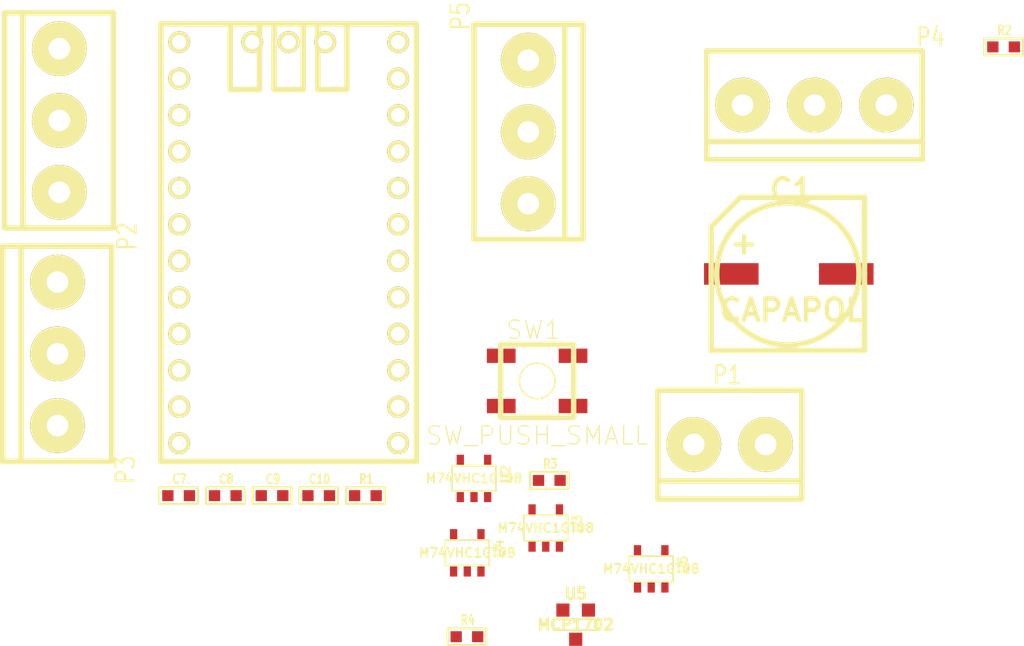
<source format=kicad_pcb>
(kicad_pcb (version 4) (host pcbnew "(2014-jul-16 BZR unknown)-product")

  (general
    (links 53)
    (no_connects 53)
    (area 0 0 0 0)
    (thickness 1.6002)
    (drawings 0)
    (tracks 0)
    (zones 0)
    (modules 21)
    (nets 32)
  )

  (page A4)
  (title_block
    (title panStick)
    (date "3 jul 2013")
    (rev 1.2)
    (company panStamp)
  )

  (layers
    (0 Front signal)
    (31 Back signal)
    (32 B.Adhes user)
    (33 F.Adhes user)
    (34 B.Paste user)
    (35 F.Paste user)
    (36 B.SilkS user)
    (37 F.SilkS user)
    (38 B.Mask user)
    (39 F.Mask user)
    (40 Dwgs.User user)
    (41 Cmts.User user)
    (42 Eco1.User user)
    (43 Eco2.User user)
    (44 Edge.Cuts user)
  )

  (setup
    (last_trace_width 0.254)
    (user_trace_width 0.2032)
    (user_trace_width 0.254)
    (user_trace_width 0.381)
    (user_trace_width 0.508)
    (user_trace_width 0.762)
    (user_trace_width 1.016)
    (user_trace_width 1.778)
    (trace_clearance 0.2032)
    (zone_clearance 0.2286)
    (zone_45_only yes)
    (trace_min 0.2032)
    (segment_width 0.381)
    (edge_width 0.381)
    (via_size 1.016)
    (via_drill 0.6096)
    (via_min_size 1.016)
    (via_min_drill 0.6096)
    (uvia_size 0.508)
    (uvia_drill 0.127)
    (uvias_allowed no)
    (uvia_min_size 0.508)
    (uvia_min_drill 0.127)
    (pcb_text_width 0.3048)
    (pcb_text_size 1.524 2.032)
    (mod_edge_width 0.1524)
    (mod_text_size 1.524 1.524)
    (mod_text_width 0.3048)
    (pad_size 1.524 1.524)
    (pad_drill 0.9906)
    (pad_to_mask_clearance 0)
    (aux_axis_origin 162.52952 122.1486)
    (visible_elements FFFFFFBF)
    (pcbplotparams
      (layerselection 0x00020_00000000)
      (usegerberextensions true)
      (excludeedgelayer true)
      (linewidth 0.150000)
      (plotframeref false)
      (viasonmask false)
      (mode 1)
      (useauxorigin false)
      (hpglpennumber 1)
      (hpglpenspeed 20)
      (hpglpendiameter 15)
      (hpglpenoverlay 2)
      (psnegative false)
      (psa4output false)
      (plotreference true)
      (plotvalue true)
      (plotinvisibletext false)
      (padsonsilk false)
      (subtractmaskfromsilk false)
      (outputformat 1)
      (mirror false)
      (drillshape 0)
      (scaleselection 1)
      (outputdirectory /home/daniel/development/panstamp_git/kicad/panstick/production/))
  )

  (net 0 "")
  (net 1 +3.3V)
  (net 2 /A1)
  (net 3 /A2)
  (net 4 /A3)
  (net 5 /A4)
  (net 6 /D0)
  (net 7 /D1)
  (net 8 /D14)
  (net 9 /D15)
  (net 10 /D16)
  (net 11 /D17)
  (net 12 /D18)
  (net 13 /D2)
  (net 14 /D3)
  (net 15 /D4)
  (net 16 /D5)
  (net 17 /RXD)
  (net 18 /TXD)
  (net 19 GND)
  (net 20 "Net-(SW1-Pad2)")
  (net 21 "Net-(U1-PadANT)")
  (net 22 +5V)
  (net 23 /DATA2)
  (net 24 /DATA1)
  (net 25 /DATA0)
  (net 26 "Net-(R1-Pad2)")
  (net 27 "Net-(R2-Pad2)")
  (net 28 "Net-(R3-Pad2)")
  (net 29 /A0)
  (net 30 /DATA3)
  (net 31 "Net-(R4-Pad2)")

  (net_class Default "This is the default net class."
    (clearance 0.2032)
    (trace_width 0.254)
    (via_dia 1.016)
    (via_drill 0.6096)
    (uvia_dia 0.508)
    (uvia_drill 0.127)
    (add_net +3.3V)
    (add_net +5V)
    (add_net /A0)
    (add_net /A1)
    (add_net /A2)
    (add_net /A3)
    (add_net /A4)
    (add_net /D0)
    (add_net /D1)
    (add_net /D14)
    (add_net /D15)
    (add_net /D16)
    (add_net /D17)
    (add_net /D18)
    (add_net /D2)
    (add_net /D3)
    (add_net /D4)
    (add_net /D5)
    (add_net /DATA0)
    (add_net /DATA1)
    (add_net /DATA2)
    (add_net /DATA3)
    (add_net /RXD)
    (add_net /TXD)
    (add_net GND)
    (add_net "Net-(R1-Pad2)")
    (add_net "Net-(R2-Pad2)")
    (add_net "Net-(R3-Pad2)")
    (add_net "Net-(R4-Pad2)")
    (add_net "Net-(SW1-Pad2)")
    (add_net "Net-(U1-PadANT)")
  )

  (module old_mysmd:SMDCPOL_10 (layer Front) (tedit 48D91A71) (tstamp 54BCC854)
    (at 103.31372 74.0448)
    (path /54BAB15A)
    (fp_text reference C1 (at 0.254 -5.842) (layer F.SilkS)
      (effects (font (thickness 0.3048)))
    )
    (fp_text value CAPAPOL (at 0.254 2.54) (layer F.SilkS)
      (effects (font (thickness 0.3048)))
    )
    (fp_line (start -5.334 -3.302) (end -5.334 5.334) (layer F.SilkS) (width 0.381))
    (fp_line (start -3.302 -5.334) (end 5.334 -5.334) (layer F.SilkS) (width 0.381))
    (fp_line (start -5.334 -3.302) (end -3.302 -5.334) (layer F.SilkS) (width 0.381))
    (fp_line (start 5.334 0) (end 5.334 -5.334) (layer F.SilkS) (width 0.381))
    (fp_line (start -5.334 5.334) (end 5.334 5.334) (layer F.SilkS) (width 0.381))
    (fp_line (start 5.334 5.334) (end 5.334 0) (layer F.SilkS) (width 0.381))
    (fp_circle (center 0 0) (end 4.953 0) (layer F.SilkS) (width 0.381))
    (fp_text user + (at -3.048 -2.159) (layer F.SilkS)
      (effects (font (thickness 0.3048)))
    )
    (pad 2 smd rect (at 4.064 0) (size 3.79984 1.50114) (layers Front F.Paste F.Mask)
      (net 19 GND))
    (pad 1 smd rect (at -3.937 0) (size 3.79984 1.50114) (layers Front F.Paste F.Mask)
      (net 22 +5V))
  )

  (module old_mysmd:SM0603S (layer Front) (tedit 4BFCCFF3) (tstamp 54BCC860)
    (at 60.909201 89.4895)
    (path /4CCA9E1F)
    (attr smd)
    (fp_text reference C7 (at 0.0635 -1.1557) (layer F.SilkS)
      (effects (font (size 0.635 0.508) (thickness 0.127)))
    )
    (fp_text value 4.7u (at 0.0762 -0.0254) (layer F.SilkS) hide
      (effects (font (size 0.635 0.508) (thickness 0.127)))
    )
    (fp_line (start 0.1524 -0.5842) (end -1.3462 -0.5842) (layer F.SilkS) (width 0.1524))
    (fp_line (start -1.3462 -0.5842) (end -1.3462 0.5842) (layer F.SilkS) (width 0.1524))
    (fp_line (start -1.3462 0.5842) (end 0.1524 0.5842) (layer F.SilkS) (width 0.1524))
    (fp_line (start 0.1524 -0.5842) (end 1.3462 -0.5842) (layer F.SilkS) (width 0.1524))
    (fp_line (start 1.3462 -0.5842) (end 1.3462 0.5842) (layer F.SilkS) (width 0.1524))
    (fp_line (start 1.3462 0.5842) (end 0.1524 0.5842) (layer F.SilkS) (width 0.1524))
    (pad 2 smd rect (at 0.7493 0) (size 0.7874 0.762) (layers Front F.Paste F.Mask)
      (net 19 GND))
    (pad 1 smd rect (at -0.7493 0) (size 0.7874 0.762) (layers Front F.Paste F.Mask)
      (net 22 +5V))
    (model smd/chip_cms.wrl
      (at (xyz 0 0 0))
      (scale (xyz 0.17 0.16 0.16))
      (rotate (xyz 0 0 0))
    )
  )

  (module old_mysmd:SM0603S (layer Front) (tedit 4BFCCFF3) (tstamp 54BCC86C)
    (at 64.159201 89.4895)
    (path /4CCA9E22)
    (attr smd)
    (fp_text reference C8 (at 0.0635 -1.1557) (layer F.SilkS)
      (effects (font (size 0.635 0.508) (thickness 0.127)))
    )
    (fp_text value 1u (at 0.0762 -0.0254) (layer F.SilkS) hide
      (effects (font (size 0.635 0.508) (thickness 0.127)))
    )
    (fp_line (start 0.1524 -0.5842) (end -1.3462 -0.5842) (layer F.SilkS) (width 0.1524))
    (fp_line (start -1.3462 -0.5842) (end -1.3462 0.5842) (layer F.SilkS) (width 0.1524))
    (fp_line (start -1.3462 0.5842) (end 0.1524 0.5842) (layer F.SilkS) (width 0.1524))
    (fp_line (start 0.1524 -0.5842) (end 1.3462 -0.5842) (layer F.SilkS) (width 0.1524))
    (fp_line (start 1.3462 -0.5842) (end 1.3462 0.5842) (layer F.SilkS) (width 0.1524))
    (fp_line (start 1.3462 0.5842) (end 0.1524 0.5842) (layer F.SilkS) (width 0.1524))
    (pad 2 smd rect (at 0.7493 0) (size 0.7874 0.762) (layers Front F.Paste F.Mask)
      (net 19 GND))
    (pad 1 smd rect (at -0.7493 0) (size 0.7874 0.762) (layers Front F.Paste F.Mask)
      (net 22 +5V))
    (model smd/chip_cms.wrl
      (at (xyz 0 0 0))
      (scale (xyz 0.17 0.16 0.16))
      (rotate (xyz 0 0 0))
    )
  )

  (module old_mysmd:SM0603S (layer Front) (tedit 4BFCCFF3) (tstamp 54BCC878)
    (at 67.409201 89.4895)
    (path /4CCA954A)
    (attr smd)
    (fp_text reference C9 (at 0.0635 -1.1557) (layer F.SilkS)
      (effects (font (size 0.635 0.508) (thickness 0.127)))
    )
    (fp_text value 1u (at 0.0762 -0.0254) (layer F.SilkS) hide
      (effects (font (size 0.635 0.508) (thickness 0.127)))
    )
    (fp_line (start 0.1524 -0.5842) (end -1.3462 -0.5842) (layer F.SilkS) (width 0.1524))
    (fp_line (start -1.3462 -0.5842) (end -1.3462 0.5842) (layer F.SilkS) (width 0.1524))
    (fp_line (start -1.3462 0.5842) (end 0.1524 0.5842) (layer F.SilkS) (width 0.1524))
    (fp_line (start 0.1524 -0.5842) (end 1.3462 -0.5842) (layer F.SilkS) (width 0.1524))
    (fp_line (start 1.3462 -0.5842) (end 1.3462 0.5842) (layer F.SilkS) (width 0.1524))
    (fp_line (start 1.3462 0.5842) (end 0.1524 0.5842) (layer F.SilkS) (width 0.1524))
    (pad 2 smd rect (at 0.7493 0) (size 0.7874 0.762) (layers Front F.Paste F.Mask)
      (net 19 GND))
    (pad 1 smd rect (at -0.7493 0) (size 0.7874 0.762) (layers Front F.Paste F.Mask)
      (net 1 +3.3V))
    (model smd/chip_cms.wrl
      (at (xyz 0 0 0))
      (scale (xyz 0.17 0.16 0.16))
      (rotate (xyz 0 0 0))
    )
  )

  (module old_mysmd:SM0603S (layer Front) (tedit 4BFCCFF3) (tstamp 54BCC884)
    (at 70.659201 89.4895)
    (path /4CCA9DDF)
    (attr smd)
    (fp_text reference C10 (at 0.0635 -1.1557) (layer F.SilkS)
      (effects (font (size 0.635 0.508) (thickness 0.127)))
    )
    (fp_text value 100n (at 0.0762 -0.0254) (layer F.SilkS) hide
      (effects (font (size 0.635 0.508) (thickness 0.127)))
    )
    (fp_line (start 0.1524 -0.5842) (end -1.3462 -0.5842) (layer F.SilkS) (width 0.1524))
    (fp_line (start -1.3462 -0.5842) (end -1.3462 0.5842) (layer F.SilkS) (width 0.1524))
    (fp_line (start -1.3462 0.5842) (end 0.1524 0.5842) (layer F.SilkS) (width 0.1524))
    (fp_line (start 0.1524 -0.5842) (end 1.3462 -0.5842) (layer F.SilkS) (width 0.1524))
    (fp_line (start 1.3462 -0.5842) (end 1.3462 0.5842) (layer F.SilkS) (width 0.1524))
    (fp_line (start 1.3462 0.5842) (end 0.1524 0.5842) (layer F.SilkS) (width 0.1524))
    (pad 2 smd rect (at 0.7493 0) (size 0.7874 0.762) (layers Front F.Paste F.Mask)
      (net 19 GND))
    (pad 1 smd rect (at -0.7493 0) (size 0.7874 0.762) (layers Front F.Paste F.Mask)
      (net 1 +3.3V))
    (model smd/chip_cms.wrl
      (at (xyz 0 0 0))
      (scale (xyz 0.17 0.16 0.16))
      (rotate (xyz 0 0 0))
    )
  )

  (module old_myconnectors:terminal_block_5mm_2P (layer Front) (tedit 4FBA1636) (tstamp 54BCC88F)
    (at 99.283801 85.9505)
    (descr "Bornier d'alimentation 4 pins")
    (tags DEV)
    (path /54BAAA3B)
    (fp_text reference P1 (at -0.1905 -4.8641) (layer F.SilkS)
      (effects (font (size 1.27 1.016) (thickness 0.1524)))
    )
    (fp_text value CONN_01X02 (at 0.1397 -2.7305) (layer F.SilkS) hide
      (effects (font (size 1.016 0.762) (thickness 0.1524)))
    )
    (fp_line (start 5.0038 -3.7973) (end -5.0038 -3.7973) (layer F.SilkS) (width 0.381))
    (fp_line (start 5.0038 2.5146) (end -4.9657 2.5146) (layer F.SilkS) (width 0.381))
    (fp_line (start 5.0038 3.7846) (end -5.0165 3.7846) (layer F.SilkS) (width 0.381))
    (fp_line (start 5.0038 -3.7973) (end 5.0038 3.7592) (layer F.SilkS) (width 0.381))
    (fp_line (start -5.0165 3.7719) (end -5.0165 -3.7973) (layer F.SilkS) (width 0.381))
    (pad 1 thru_hole circle (at -2.51714 -0.0254) (size 3.81 3.81) (drill 1.4986) (layers *.Cu *.Mask F.SilkS)
      (net 22 +5V))
    (pad 2 thru_hole circle (at 2.48412 -0.0254) (size 3.81 3.81) (drill 1.4986) (layers *.Cu *.Mask F.SilkS)
      (net 19 GND))
    (model device/bornier_6.wrl
      (at (xyz 0 0 0))
      (scale (xyz 1 1 1))
      (rotate (xyz 0 0 0))
    )
  )

  (module old_myconnectors:terminal_block_5mm_3P (layer Front) (tedit 4FBA154A) (tstamp 54BCC89C)
    (at 52.578 63.373 270)
    (descr "Bornier d'alimentation 4 pins")
    (tags DEV)
    (path /54BAD8EA)
    (fp_text reference P2 (at 8.0518 -4.7498 270) (layer F.SilkS)
      (effects (font (size 1.27 1.016) (thickness 0.1524)))
    )
    (fp_text value CONN_01X03 (at 7.5565 -2.7686 270) (layer F.SilkS) hide
      (effects (font (size 1.016 0.762) (thickness 0.1524)))
    )
    (fp_line (start -7.5184 2.5146) (end 7.4549 2.5146) (layer F.SilkS) (width 0.381))
    (fp_line (start -7.5184 3.7719) (end -7.5184 -3.7973) (layer F.SilkS) (width 0.381))
    (fp_line (start -7.5184 -3.7973) (end 7.4803 -3.7973) (layer F.SilkS) (width 0.381))
    (fp_line (start 7.4803 -3.7973) (end 7.4803 3.7846) (layer F.SilkS) (width 0.381))
    (fp_line (start 7.4803 3.7846) (end -7.5184 3.7846) (layer F.SilkS) (width 0.381))
    (fp_line (start 7.4803 -3.7846) (end 7.4803 3.7465) (layer F.SilkS) (width 0.381))
    (pad 1 thru_hole circle (at -5.01904 -0.0254 270) (size 3.81 3.81) (drill 1.4986) (layers *.Cu *.Mask F.SilkS)
      (net 19 GND))
    (pad 2 thru_hole circle (at -0.01778 -0.0254 270) (size 3.81 3.81) (drill 1.4986) (layers *.Cu *.Mask F.SilkS)
      (net 23 /DATA2))
    (pad 3 thru_hole circle (at 4.98094 -0.0254 270) (size 3.81 3.81) (drill 1.4986) (layers *.Cu *.Mask F.SilkS)
      (net 22 +5V))
    (model device/bornier_6.wrl
      (at (xyz 0 0 0))
      (scale (xyz 1 1 1))
      (rotate (xyz 0 0 0))
    )
  )

  (module old_myconnectors:terminal_block_5mm_3P (layer Front) (tedit 4FBA154A) (tstamp 54BCC8A9)
    (at 52.451 79.629 270)
    (descr "Bornier d'alimentation 4 pins")
    (tags DEV)
    (path /54BAD85E)
    (fp_text reference P3 (at 8.0518 -4.7498 270) (layer F.SilkS)
      (effects (font (size 1.27 1.016) (thickness 0.1524)))
    )
    (fp_text value CONN_01X03 (at 7.5565 -2.7686 270) (layer F.SilkS) hide
      (effects (font (size 1.016 0.762) (thickness 0.1524)))
    )
    (fp_line (start -7.5184 2.5146) (end 7.4549 2.5146) (layer F.SilkS) (width 0.381))
    (fp_line (start -7.5184 3.7719) (end -7.5184 -3.7973) (layer F.SilkS) (width 0.381))
    (fp_line (start -7.5184 -3.7973) (end 7.4803 -3.7973) (layer F.SilkS) (width 0.381))
    (fp_line (start 7.4803 -3.7973) (end 7.4803 3.7846) (layer F.SilkS) (width 0.381))
    (fp_line (start 7.4803 3.7846) (end -7.5184 3.7846) (layer F.SilkS) (width 0.381))
    (fp_line (start 7.4803 -3.7846) (end 7.4803 3.7465) (layer F.SilkS) (width 0.381))
    (pad 1 thru_hole circle (at -5.01904 -0.0254 270) (size 3.81 3.81) (drill 1.4986) (layers *.Cu *.Mask F.SilkS)
      (net 19 GND))
    (pad 2 thru_hole circle (at -0.01778 -0.0254 270) (size 3.81 3.81) (drill 1.4986) (layers *.Cu *.Mask F.SilkS)
      (net 24 /DATA1))
    (pad 3 thru_hole circle (at 4.98094 -0.0254 270) (size 3.81 3.81) (drill 1.4986) (layers *.Cu *.Mask F.SilkS)
      (net 22 +5V))
    (model device/bornier_6.wrl
      (at (xyz 0 0 0))
      (scale (xyz 1 1 1))
      (rotate (xyz 0 0 0))
    )
  )

  (module old_myconnectors:terminal_block_5mm_3P (layer Front) (tedit 4FBA154A) (tstamp 54BCC8B6)
    (at 105.185701 62.3062)
    (descr "Bornier d'alimentation 4 pins")
    (tags DEV)
    (path /54BAD727)
    (fp_text reference P4 (at 8.0518 -4.7498) (layer F.SilkS)
      (effects (font (size 1.27 1.016) (thickness 0.1524)))
    )
    (fp_text value CONN_01X03 (at 7.5565 -2.7686) (layer F.SilkS) hide
      (effects (font (size 1.016 0.762) (thickness 0.1524)))
    )
    (fp_line (start -7.5184 2.5146) (end 7.4549 2.5146) (layer F.SilkS) (width 0.381))
    (fp_line (start -7.5184 3.7719) (end -7.5184 -3.7973) (layer F.SilkS) (width 0.381))
    (fp_line (start -7.5184 -3.7973) (end 7.4803 -3.7973) (layer F.SilkS) (width 0.381))
    (fp_line (start 7.4803 -3.7973) (end 7.4803 3.7846) (layer F.SilkS) (width 0.381))
    (fp_line (start 7.4803 3.7846) (end -7.5184 3.7846) (layer F.SilkS) (width 0.381))
    (fp_line (start 7.4803 -3.7846) (end 7.4803 3.7465) (layer F.SilkS) (width 0.381))
    (pad 1 thru_hole circle (at -5.01904 -0.0254) (size 3.81 3.81) (drill 1.4986) (layers *.Cu *.Mask F.SilkS)
      (net 19 GND))
    (pad 2 thru_hole circle (at -0.01778 -0.0254) (size 3.81 3.81) (drill 1.4986) (layers *.Cu *.Mask F.SilkS)
      (net 25 /DATA0))
    (pad 3 thru_hole circle (at 4.98094 -0.0254) (size 3.81 3.81) (drill 1.4986) (layers *.Cu *.Mask F.SilkS)
      (net 22 +5V))
    (model device/bornier_6.wrl
      (at (xyz 0 0 0))
      (scale (xyz 1 1 1))
      (rotate (xyz 0 0 0))
    )
  )

  (module old_mysmd:SM0603S (layer Front) (tedit 4BFCCFF3) (tstamp 54BCC8C2)
    (at 73.909201 89.4895)
    (path /54BAC728)
    (attr smd)
    (fp_text reference R1 (at 0.0635 -1.1557) (layer F.SilkS)
      (effects (font (size 0.635 0.508) (thickness 0.127)))
    )
    (fp_text value 220 (at 0.0762 -0.0254) (layer F.SilkS) hide
      (effects (font (size 0.635 0.508) (thickness 0.127)))
    )
    (fp_line (start 0.1524 -0.5842) (end -1.3462 -0.5842) (layer F.SilkS) (width 0.1524))
    (fp_line (start -1.3462 -0.5842) (end -1.3462 0.5842) (layer F.SilkS) (width 0.1524))
    (fp_line (start -1.3462 0.5842) (end 0.1524 0.5842) (layer F.SilkS) (width 0.1524))
    (fp_line (start 0.1524 -0.5842) (end 1.3462 -0.5842) (layer F.SilkS) (width 0.1524))
    (fp_line (start 1.3462 -0.5842) (end 1.3462 0.5842) (layer F.SilkS) (width 0.1524))
    (fp_line (start 1.3462 0.5842) (end 0.1524 0.5842) (layer F.SilkS) (width 0.1524))
    (pad 2 smd rect (at 0.7493 0) (size 0.7874 0.762) (layers Front F.Paste F.Mask)
      (net 26 "Net-(R1-Pad2)"))
    (pad 1 smd rect (at -0.7493 0) (size 0.7874 0.762) (layers Front F.Paste F.Mask)
      (net 30 /DATA3))
    (model smd/chip_cms.wrl
      (at (xyz 0 0 0))
      (scale (xyz 0.17 0.16 0.16))
      (rotate (xyz 0 0 0))
    )
  )

  (module old_mysmd:SM0603S (layer Front) (tedit 4BFCCFF3) (tstamp 54BCC8CE)
    (at 118.329201 58.2295)
    (path /54BAC62B)
    (attr smd)
    (fp_text reference R2 (at 0.0635 -1.1557) (layer F.SilkS)
      (effects (font (size 0.635 0.508) (thickness 0.127)))
    )
    (fp_text value 220 (at 0.0762 -0.0254) (layer F.SilkS) hide
      (effects (font (size 0.635 0.508) (thickness 0.127)))
    )
    (fp_line (start 0.1524 -0.5842) (end -1.3462 -0.5842) (layer F.SilkS) (width 0.1524))
    (fp_line (start -1.3462 -0.5842) (end -1.3462 0.5842) (layer F.SilkS) (width 0.1524))
    (fp_line (start -1.3462 0.5842) (end 0.1524 0.5842) (layer F.SilkS) (width 0.1524))
    (fp_line (start 0.1524 -0.5842) (end 1.3462 -0.5842) (layer F.SilkS) (width 0.1524))
    (fp_line (start 1.3462 -0.5842) (end 1.3462 0.5842) (layer F.SilkS) (width 0.1524))
    (fp_line (start 1.3462 0.5842) (end 0.1524 0.5842) (layer F.SilkS) (width 0.1524))
    (pad 2 smd rect (at 0.7493 0) (size 0.7874 0.762) (layers Front F.Paste F.Mask)
      (net 27 "Net-(R2-Pad2)"))
    (pad 1 smd rect (at -0.7493 0) (size 0.7874 0.762) (layers Front F.Paste F.Mask)
      (net 24 /DATA1))
    (model smd/chip_cms.wrl
      (at (xyz 0 0 0))
      (scale (xyz 0.17 0.16 0.16))
      (rotate (xyz 0 0 0))
    )
  )

  (module old_mysmd:SM0603S (layer Front) (tedit 4BFCCFF3) (tstamp 54BCC8DA)
    (at 86.709201 88.4295)
    (path /54BAB6CF)
    (attr smd)
    (fp_text reference R3 (at 0.0635 -1.1557) (layer F.SilkS)
      (effects (font (size 0.635 0.508) (thickness 0.127)))
    )
    (fp_text value 220 (at 0.0762 -0.0254) (layer F.SilkS) hide
      (effects (font (size 0.635 0.508) (thickness 0.127)))
    )
    (fp_line (start 0.1524 -0.5842) (end -1.3462 -0.5842) (layer F.SilkS) (width 0.1524))
    (fp_line (start -1.3462 -0.5842) (end -1.3462 0.5842) (layer F.SilkS) (width 0.1524))
    (fp_line (start -1.3462 0.5842) (end 0.1524 0.5842) (layer F.SilkS) (width 0.1524))
    (fp_line (start 0.1524 -0.5842) (end 1.3462 -0.5842) (layer F.SilkS) (width 0.1524))
    (fp_line (start 1.3462 -0.5842) (end 1.3462 0.5842) (layer F.SilkS) (width 0.1524))
    (fp_line (start 1.3462 0.5842) (end 0.1524 0.5842) (layer F.SilkS) (width 0.1524))
    (pad 2 smd rect (at 0.7493 0) (size 0.7874 0.762) (layers Front F.Paste F.Mask)
      (net 28 "Net-(R3-Pad2)"))
    (pad 1 smd rect (at -0.7493 0) (size 0.7874 0.762) (layers Front F.Paste F.Mask)
      (net 25 /DATA0))
    (model smd/chip_cms.wrl
      (at (xyz 0 0 0))
      (scale (xyz 0.17 0.16 0.16))
      (rotate (xyz 0 0 0))
    )
  )

  (module old_mysmd:switch-tact-noah (layer Front) (tedit 4F980E9B) (tstamp 54BCC8E8)
    (at 85.86244 81.49715)
    (path /4FB4B2E5)
    (attr smd)
    (fp_text reference SW1 (at -0.254 -3.556) (layer F.SilkS)
      (effects (font (size 1.27 1.27) (thickness 0.0889)))
    )
    (fp_text value SW_PUSH_SMALL (at 0 3.81) (layer F.SilkS)
      (effects (font (size 1.27 1.27) (thickness 0.0889)))
    )
    (fp_line (start 2.54 -2.54) (end -2.54 -2.54) (layer F.SilkS) (width 0.381))
    (fp_line (start -2.54 -2.54) (end -2.54 2.54) (layer F.SilkS) (width 0.381))
    (fp_line (start -2.54 2.54) (end 2.54 2.54) (layer F.SilkS) (width 0.381))
    (fp_line (start 2.54 2.54) (end 2.54 -2.54) (layer F.SilkS) (width 0.381))
    (fp_circle (center 0 0) (end -0.87376 0.87376) (layer F.SilkS) (width 0.1016))
    (fp_circle (center 0 0) (end -0.87376 0.87376) (layer F.SilkS) (width 0.1016))
    (pad 1 smd rect (at -2.49936 -1.75006) (size 1.99898 1.00076) (layers Front F.Paste F.Mask)
      (net 19 GND))
    (pad 3 smd rect (at 2.49936 -1.75006) (size 1.99898 1.00076) (layers Front F.Paste F.Mask))
    (pad 2 smd rect (at -2.49936 1.75006) (size 1.99898 1.00076) (layers Front F.Paste F.Mask)
      (net 20 "Net-(SW1-Pad2)"))
    (pad 4 smd rect (at 2.49936 1.75006) (size 1.99898 1.00076) (layers Front F.Paste F.Mask))
  )

  (module old_mymods:PANSTAMP_NRG (layer Front) (tedit 524604BA) (tstamp 54BCC914)
    (at 68.567301 71.869301)
    (path /5324B294)
    (fp_text reference U1 (at -0.06 -9) (layer F.SilkS) hide
      (effects (font (size 0.889 0.762) (thickness 0.1524)))
    )
    (fp_text value PANSTAMP_NRG (at 0.08 -7.77) (layer F.SilkS) hide
      (effects (font (size 0.889 0.762) (thickness 0.1524)))
    )
    (fp_line (start -2.032 -15.24) (end -2.032 -10.668) (layer F.SilkS) (width 0.381))
    (fp_line (start -2.032 -10.668) (end -4.064 -10.668) (layer F.SilkS) (width 0.381))
    (fp_line (start -4.064 -10.668) (end -4.064 -15.24) (layer F.SilkS) (width 0.381))
    (fp_line (start 2.032 -15.24) (end 2.032 -10.668) (layer F.SilkS) (width 0.381))
    (fp_line (start 2.032 -10.668) (end 4.064 -10.668) (layer F.SilkS) (width 0.381))
    (fp_line (start 4.064 -10.668) (end 4.064 -15.24) (layer F.SilkS) (width 0.381))
    (fp_line (start -1.016 -15.24) (end -1.016 -10.668) (layer F.SilkS) (width 0.381))
    (fp_line (start -1.016 -10.668) (end 1.016 -10.668) (layer F.SilkS) (width 0.381))
    (fp_line (start 1.016 -10.668) (end 1.016 -15.24) (layer F.SilkS) (width 0.381))
    (fp_line (start 8.89 -15.24) (end -8.89 -15.24) (layer F.SilkS) (width 0.381))
    (fp_line (start -8.89 -15.24) (end -8.89 15.24) (layer F.SilkS) (width 0.381))
    (fp_line (start -8.89 15.24) (end 8.89 15.24) (layer F.SilkS) (width 0.381))
    (fp_line (start 8.89 15.24) (end 8.89 -15.24) (layer F.SilkS) (width 0.381))
    (pad 1 thru_hole circle (at -7.62 -13.97) (size 1.524 1.524) (drill 0.9906) (layers *.Cu *.Mask F.SilkS)
      (net 19 GND))
    (pad 2 thru_hole circle (at -7.62 -11.43) (size 1.524 1.524) (drill 0.9906) (layers *.Cu *.Mask F.SilkS)
      (net 10 /D16))
    (pad 3 thru_hole circle (at -7.62 -8.89) (size 1.524 1.524) (drill 0.9906) (layers *.Cu *.Mask F.SilkS)
      (net 11 /D17))
    (pad 4 thru_hole circle (at -7.62 -6.35) (size 1.524 1.524) (drill 0.9906) (layers *.Cu *.Mask F.SilkS)
      (net 12 /D18))
    (pad 5 thru_hole circle (at -7.62 -3.81) (size 1.524 1.524) (drill 0.9906) (layers *.Cu *.Mask F.SilkS)
      (net 9 /D15))
    (pad 6 thru_hole circle (at -7.62 -1.27) (size 1.524 1.524) (drill 0.9906) (layers *.Cu *.Mask F.SilkS)
      (net 8 /D14))
    (pad 7 thru_hole circle (at -7.62 1.27) (size 1.524 1.524) (drill 0.9906) (layers *.Cu *.Mask F.SilkS)
      (net 19 GND))
    (pad 8 thru_hole circle (at -7.62 3.81) (size 1.524 1.524) (drill 0.9906) (layers *.Cu *.Mask F.SilkS)
      (net 5 /A4))
    (pad 9 thru_hole circle (at -7.62 6.35) (size 1.524 1.524) (drill 0.9906) (layers *.Cu *.Mask F.SilkS)
      (net 4 /A3))
    (pad 10 thru_hole circle (at -7.62 8.89) (size 1.524 1.524) (drill 0.9906) (layers *.Cu *.Mask F.SilkS)
      (net 3 /A2))
    (pad 11 thru_hole circle (at -7.62 11.43) (size 1.524 1.524) (drill 0.9906) (layers *.Cu *.Mask F.SilkS)
      (net 2 /A1))
    (pad 12 thru_hole circle (at -7.62 13.97) (size 1.524 1.524) (drill 0.9906) (layers *.Cu *.Mask F.SilkS)
      (net 29 /A0))
    (pad 13 thru_hole circle (at 7.62 13.97) (size 1.524 1.524) (drill 0.9906) (layers *.Cu *.Mask F.SilkS)
      (net 20 "Net-(SW1-Pad2)"))
    (pad 14 thru_hole circle (at 7.62 11.43) (size 1.524 1.524) (drill 0.9906) (layers *.Cu *.Mask F.SilkS)
      (net 1 +3.3V))
    (pad 15 thru_hole circle (at 7.62 8.89) (size 1.524 1.524) (drill 0.9906) (layers *.Cu *.Mask F.SilkS)
      (net 19 GND))
    (pad 16 thru_hole circle (at 7.62 6.35) (size 1.524 1.524) (drill 0.9906) (layers *.Cu *.Mask F.SilkS)
      (net 17 /RXD))
    (pad 17 thru_hole circle (at 7.62 3.81) (size 1.524 1.524) (drill 0.9906) (layers *.Cu *.Mask F.SilkS)
      (net 18 /TXD))
    (pad 18 thru_hole circle (at 7.62 1.27) (size 1.524 1.524) (drill 0.9906) (layers *.Cu *.Mask F.SilkS)
      (net 16 /D5))
    (pad 19 thru_hole circle (at 7.62 -1.27) (size 1.524 1.524) (drill 0.9906) (layers *.Cu *.Mask F.SilkS)
      (net 15 /D4))
    (pad 20 thru_hole circle (at 7.62 -3.81) (size 1.524 1.524) (drill 0.9906) (layers *.Cu *.Mask F.SilkS)
      (net 14 /D3))
    (pad 21 thru_hole circle (at 7.62 -6.35) (size 1.524 1.524) (drill 0.9906) (layers *.Cu *.Mask F.SilkS)
      (net 13 /D2))
    (pad 22 thru_hole circle (at 7.62 -8.89) (size 1.524 1.524) (drill 0.9906) (layers *.Cu *.Mask F.SilkS)
      (net 7 /D1))
    (pad 23 thru_hole circle (at 7.62 -11.43) (size 1.524 1.524) (drill 0.9906) (layers *.Cu *.Mask F.SilkS)
      (net 6 /D0))
    (pad 24 thru_hole circle (at 7.62 -13.97) (size 1.524 1.524) (drill 0.9906) (layers *.Cu *.Mask F.SilkS)
      (net 19 GND))
    (pad GND thru_hole circle (at -2.54 -13.97) (size 1.524 1.524) (drill 0.9906) (layers *.Cu *.Mask F.SilkS)
      (net 19 GND))
    (pad ANT thru_hole circle (at 0 -13.97) (size 1.524 1.524) (drill 0.9906) (layers *.Cu *.Mask F.SilkS)
      (net 21 "Net-(U1-PadANT)"))
    (pad GND thru_hole circle (at 2.54 -13.97) (size 1.524 1.524) (drill 0.9906) (layers *.Cu *.Mask F.SilkS)
      (net 19 GND))
  )

  (module libcms:SOT23-5 (layer Front) (tedit 4ECF78EF) (tstamp 54BCC921)
    (at 81.466729 88.2898)
    (path /54BAA288)
    (attr smd)
    (fp_text reference U2 (at 2.19964 -0.29972 90) (layer F.SilkS)
      (effects (font (size 0.635 0.635) (thickness 0.127)))
    )
    (fp_text value M74VHC1GT08 (at 0 0) (layer F.SilkS)
      (effects (font (size 0.635 0.635) (thickness 0.127)))
    )
    (fp_line (start 1.524 -0.889) (end 1.524 0.889) (layer F.SilkS) (width 0.127))
    (fp_line (start 1.524 0.889) (end -1.524 0.889) (layer F.SilkS) (width 0.127))
    (fp_line (start -1.524 0.889) (end -1.524 -0.889) (layer F.SilkS) (width 0.127))
    (fp_line (start -1.524 -0.889) (end 1.524 -0.889) (layer F.SilkS) (width 0.127))
    (pad 1 smd rect (at -0.9525 1.27) (size 0.508 0.762) (layers Front F.Paste F.Mask)
      (net 8 /D14))
    (pad 3 smd rect (at 0.9525 1.27) (size 0.508 0.762) (layers Front F.Paste F.Mask)
      (net 19 GND))
    (pad 5 smd rect (at -0.9525 -1.27) (size 0.508 0.762) (layers Front F.Paste F.Mask)
      (net 22 +5V))
    (pad 2 smd rect (at 0 1.27) (size 0.508 0.762) (layers Front F.Paste F.Mask)
      (net 8 /D14))
    (pad 4 smd rect (at 0.9525 -1.27) (size 0.508 0.762) (layers Front F.Paste F.Mask)
      (net 28 "Net-(R3-Pad2)"))
    (model smd/SOT23_5.wrl
      (at (xyz 0 0 0))
      (scale (xyz 0.1 0.1 0.1))
      (rotate (xyz 0 0 0))
    )
  )

  (module libcms:SOT23-5 (layer Front) (tedit 4ECF78EF) (tstamp 54BCCA48)
    (at 81.0006 93.472)
    (path /54BAC722)
    (attr smd)
    (fp_text reference U4 (at 2.19964 -0.29972 90) (layer F.SilkS)
      (effects (font (size 0.635 0.635) (thickness 0.127)))
    )
    (fp_text value M74VHC1GT08 (at 0 0) (layer F.SilkS)
      (effects (font (size 0.635 0.635) (thickness 0.127)))
    )
    (fp_line (start 1.524 -0.889) (end 1.524 0.889) (layer F.SilkS) (width 0.127))
    (fp_line (start 1.524 0.889) (end -1.524 0.889) (layer F.SilkS) (width 0.127))
    (fp_line (start -1.524 0.889) (end -1.524 -0.889) (layer F.SilkS) (width 0.127))
    (fp_line (start -1.524 -0.889) (end 1.524 -0.889) (layer F.SilkS) (width 0.127))
    (pad 1 smd rect (at -0.9525 1.27) (size 0.508 0.762) (layers Front F.Paste F.Mask)
      (net 11 /D17))
    (pad 3 smd rect (at 0.9525 1.27) (size 0.508 0.762) (layers Front F.Paste F.Mask)
      (net 19 GND))
    (pad 5 smd rect (at -0.9525 -1.27) (size 0.508 0.762) (layers Front F.Paste F.Mask)
      (net 22 +5V))
    (pad 2 smd rect (at 0 1.27) (size 0.508 0.762) (layers Front F.Paste F.Mask)
      (net 11 /D17))
    (pad 4 smd rect (at 0.9525 -1.27) (size 0.508 0.762) (layers Front F.Paste F.Mask)
      (net 26 "Net-(R1-Pad2)"))
    (model smd/SOT23_5.wrl
      (at (xyz 0 0 0))
      (scale (xyz 0.1 0.1 0.1))
      (rotate (xyz 0 0 0))
    )
  )

  (module mysmd:SOT23 (layer Front) (tedit 4B98E364) (tstamp 54BCCA53)
    (at 88.5444 98.4758)
    (descr "Module CMS SOT23 Transistore EBC")
    (tags "CMS SOT")
    (path /4CCA925B)
    (attr smd)
    (fp_text reference U5 (at 0 -2.159) (layer F.SilkS)
      (effects (font (size 0.762 0.762) (thickness 0.1905)))
    )
    (fp_text value MCP1702 (at 0 0) (layer F.SilkS)
      (effects (font (size 0.762 0.762) (thickness 0.2032)))
    )
    (fp_line (start -1.524 -0.381) (end 1.524 -0.381) (layer F.SilkS) (width 0.127))
    (fp_line (start 1.524 -0.381) (end 1.524 0.381) (layer F.SilkS) (width 0.127))
    (fp_line (start 1.524 0.381) (end -1.524 0.381) (layer F.SilkS) (width 0.127))
    (fp_line (start -1.524 0.381) (end -1.524 -0.381) (layer F.SilkS) (width 0.127))
    (pad 2 smd rect (at -0.889 -1.016) (size 0.9144 0.9144) (layers Front F.Paste F.Mask)
      (net 1 +3.3V))
    (pad 1 smd rect (at 0.889 -1.016) (size 0.9144 0.9144) (layers Front F.Paste F.Mask)
      (net 19 GND))
    (pad 3 smd rect (at 0 1.016) (size 0.9144 0.9144) (layers Front F.Paste F.Mask)
      (net 22 +5V))
    (model smd/cms_sot23.wrl
      (at (xyz 0 0 0))
      (scale (xyz 0.13 0.15 0.15))
      (rotate (xyz 0 0 0))
    )
  )

  (module libcms:SOT23-5 (layer Front) (tedit 4ECF78EF) (tstamp 54BD55B6)
    (at 86.4616 91.7448)
    (path /54BAC625)
    (attr smd)
    (fp_text reference U3 (at 2.19964 -0.29972 90) (layer F.SilkS)
      (effects (font (size 0.635 0.635) (thickness 0.127)))
    )
    (fp_text value M74VHC1GT08 (at 0 0) (layer F.SilkS)
      (effects (font (size 0.635 0.635) (thickness 0.127)))
    )
    (fp_line (start 1.524 -0.889) (end 1.524 0.889) (layer F.SilkS) (width 0.127))
    (fp_line (start 1.524 0.889) (end -1.524 0.889) (layer F.SilkS) (width 0.127))
    (fp_line (start -1.524 0.889) (end -1.524 -0.889) (layer F.SilkS) (width 0.127))
    (fp_line (start -1.524 -0.889) (end 1.524 -0.889) (layer F.SilkS) (width 0.127))
    (pad 1 smd rect (at -0.9525 1.27) (size 0.508 0.762) (layers Front F.Paste F.Mask)
      (net 9 /D15))
    (pad 3 smd rect (at 0.9525 1.27) (size 0.508 0.762) (layers Front F.Paste F.Mask)
      (net 19 GND))
    (pad 5 smd rect (at -0.9525 -1.27) (size 0.508 0.762) (layers Front F.Paste F.Mask)
      (net 22 +5V))
    (pad 2 smd rect (at 0 1.27) (size 0.508 0.762) (layers Front F.Paste F.Mask)
      (net 9 /D15))
    (pad 4 smd rect (at 0.9525 -1.27) (size 0.508 0.762) (layers Front F.Paste F.Mask)
      (net 27 "Net-(R2-Pad2)"))
    (model smd/SOT23_5.wrl
      (at (xyz 0 0 0))
      (scale (xyz 0.1 0.1 0.1))
      (rotate (xyz 0 0 0))
    )
  )

  (module old_myconnectors:terminal_block_5mm_3P (layer Front) (tedit 4FBA154A) (tstamp 54BDE1DE)
    (at 85.2678 64.135 90)
    (descr "Bornier d'alimentation 4 pins")
    (tags DEV)
    (path /54BAE6D1)
    (fp_text reference P5 (at 8.0518 -4.7498 90) (layer F.SilkS)
      (effects (font (size 1.27 1.016) (thickness 0.1524)))
    )
    (fp_text value CONN_01X03 (at 7.5565 -2.7686 90) (layer F.SilkS) hide
      (effects (font (size 1.016 0.762) (thickness 0.1524)))
    )
    (fp_line (start -7.5184 2.5146) (end 7.4549 2.5146) (layer F.SilkS) (width 0.381))
    (fp_line (start -7.5184 3.7719) (end -7.5184 -3.7973) (layer F.SilkS) (width 0.381))
    (fp_line (start -7.5184 -3.7973) (end 7.4803 -3.7973) (layer F.SilkS) (width 0.381))
    (fp_line (start 7.4803 -3.7973) (end 7.4803 3.7846) (layer F.SilkS) (width 0.381))
    (fp_line (start 7.4803 3.7846) (end -7.5184 3.7846) (layer F.SilkS) (width 0.381))
    (fp_line (start 7.4803 -3.7846) (end 7.4803 3.7465) (layer F.SilkS) (width 0.381))
    (pad 1 thru_hole circle (at -5.01904 -0.0254 90) (size 3.81 3.81) (drill 1.4986) (layers *.Cu *.Mask F.SilkS)
      (net 19 GND))
    (pad 2 thru_hole circle (at -0.01778 -0.0254 90) (size 3.81 3.81) (drill 1.4986) (layers *.Cu *.Mask F.SilkS)
      (net 30 /DATA3))
    (pad 3 thru_hole circle (at 4.98094 -0.0254 90) (size 3.81 3.81) (drill 1.4986) (layers *.Cu *.Mask F.SilkS)
      (net 22 +5V))
    (model device/bornier_6.wrl
      (at (xyz 0 0 0))
      (scale (xyz 1 1 1))
      (rotate (xyz 0 0 0))
    )
  )

  (module old_mysmd:SM0603S (layer Front) (tedit 4BFCCFF3) (tstamp 54BDE1EA)
    (at 80.9752 99.314)
    (path /54BAF4BC)
    (attr smd)
    (fp_text reference R4 (at 0.0635 -1.1557) (layer F.SilkS)
      (effects (font (size 0.635 0.508) (thickness 0.127)))
    )
    (fp_text value 220 (at 0.0762 -0.0254) (layer F.SilkS) hide
      (effects (font (size 0.635 0.508) (thickness 0.127)))
    )
    (fp_line (start 0.1524 -0.5842) (end -1.3462 -0.5842) (layer F.SilkS) (width 0.1524))
    (fp_line (start -1.3462 -0.5842) (end -1.3462 0.5842) (layer F.SilkS) (width 0.1524))
    (fp_line (start -1.3462 0.5842) (end 0.1524 0.5842) (layer F.SilkS) (width 0.1524))
    (fp_line (start 0.1524 -0.5842) (end 1.3462 -0.5842) (layer F.SilkS) (width 0.1524))
    (fp_line (start 1.3462 -0.5842) (end 1.3462 0.5842) (layer F.SilkS) (width 0.1524))
    (fp_line (start 1.3462 0.5842) (end 0.1524 0.5842) (layer F.SilkS) (width 0.1524))
    (pad 2 smd rect (at 0.7493 0) (size 0.7874 0.762) (layers Front F.Paste F.Mask)
      (net 31 "Net-(R4-Pad2)"))
    (pad 1 smd rect (at -0.7493 0) (size 0.7874 0.762) (layers Front F.Paste F.Mask)
      (net 23 /DATA2))
    (model smd/chip_cms.wrl
      (at (xyz 0 0 0))
      (scale (xyz 0.17 0.16 0.16))
      (rotate (xyz 0 0 0))
    )
  )

  (module libcms:SOT23-5 (layer Front) (tedit 4ECF78EF) (tstamp 54BE6D36)
    (at 93.8022 94.5896)
    (path /54BAF4B6)
    (attr smd)
    (fp_text reference U6 (at 2.19964 -0.29972 90) (layer F.SilkS)
      (effects (font (size 0.635 0.635) (thickness 0.127)))
    )
    (fp_text value M74VHC1GT08 (at 0 0) (layer F.SilkS)
      (effects (font (size 0.635 0.635) (thickness 0.127)))
    )
    (fp_line (start 1.524 -0.889) (end 1.524 0.889) (layer F.SilkS) (width 0.127))
    (fp_line (start 1.524 0.889) (end -1.524 0.889) (layer F.SilkS) (width 0.127))
    (fp_line (start -1.524 0.889) (end -1.524 -0.889) (layer F.SilkS) (width 0.127))
    (fp_line (start -1.524 -0.889) (end 1.524 -0.889) (layer F.SilkS) (width 0.127))
    (pad 1 smd rect (at -0.9525 1.27) (size 0.508 0.762) (layers Front F.Paste F.Mask)
      (net 12 /D18))
    (pad 3 smd rect (at 0.9525 1.27) (size 0.508 0.762) (layers Front F.Paste F.Mask)
      (net 19 GND))
    (pad 5 smd rect (at -0.9525 -1.27) (size 0.508 0.762) (layers Front F.Paste F.Mask)
      (net 22 +5V))
    (pad 2 smd rect (at 0 1.27) (size 0.508 0.762) (layers Front F.Paste F.Mask)
      (net 12 /D18))
    (pad 4 smd rect (at 0.9525 -1.27) (size 0.508 0.762) (layers Front F.Paste F.Mask)
      (net 31 "Net-(R4-Pad2)"))
    (model smd/SOT23_5.wrl
      (at (xyz 0 0 0))
      (scale (xyz 0.1 0.1 0.1))
      (rotate (xyz 0 0 0))
    )
  )

)

</source>
